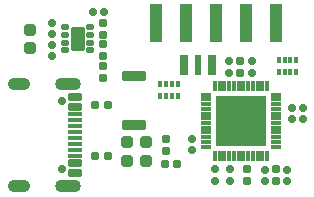
<source format=gbr>
%TF.GenerationSoftware,KiCad,Pcbnew,8.0.3*%
%TF.CreationDate,2024-07-01T02:25:18+08:00*%
%TF.ProjectId,hpm_dap,68706d5f-6461-4702-9e6b-696361645f70,rev?*%
%TF.SameCoordinates,PX3f32af6PY270961d*%
%TF.FileFunction,Soldermask,Top*%
%TF.FilePolarity,Negative*%
%FSLAX46Y46*%
G04 Gerber Fmt 4.6, Leading zero omitted, Abs format (unit mm)*
G04 Created by KiCad (PCBNEW 8.0.3) date 2024-07-01 02:25:18*
%MOMM*%
%LPD*%
G01*
G04 APERTURE LIST*
G04 Aperture macros list*
%AMRoundRect*
0 Rectangle with rounded corners*
0 $1 Rounding radius*
0 $2 $3 $4 $5 $6 $7 $8 $9 X,Y pos of 4 corners*
0 Add a 4 corners polygon primitive as box body*
4,1,4,$2,$3,$4,$5,$6,$7,$8,$9,$2,$3,0*
0 Add four circle primitives for the rounded corners*
1,1,$1+$1,$2,$3*
1,1,$1+$1,$4,$5*
1,1,$1+$1,$6,$7*
1,1,$1+$1,$8,$9*
0 Add four rect primitives between the rounded corners*
20,1,$1+$1,$2,$3,$4,$5,0*
20,1,$1+$1,$4,$5,$6,$7,0*
20,1,$1+$1,$6,$7,$8,$9,0*
20,1,$1+$1,$8,$9,$2,$3,0*%
G04 Aperture macros list end*
%ADD10RoundRect,0.038000X-0.500000X-1.550000X0.500000X-1.550000X0.500000X1.550000X-0.500000X1.550000X0*%
%ADD11O,1.876000X1.076000*%
%ADD12O,2.176000X1.076000*%
%ADD13RoundRect,0.169000X-0.444000X0.169000X-0.444000X-0.169000X0.444000X-0.169000X0.444000X0.169000X0*%
%ADD14RoundRect,0.094000X-0.519000X0.094000X-0.519000X-0.094000X0.519000X-0.094000X0.519000X0.094000X0*%
%ADD15C,0.726000*%
%ADD16RoundRect,0.159000X-0.189000X0.159000X-0.189000X-0.159000X0.189000X-0.159000X0.189000X0.159000X0*%
%ADD17RoundRect,0.038000X2.100000X-2.100000X2.100000X2.100000X-2.100000X2.100000X-2.100000X-2.100000X0*%
%ADD18RoundRect,0.069000X0.394000X-0.069000X0.394000X0.069000X-0.394000X0.069000X-0.394000X-0.069000X0*%
%ADD19RoundRect,0.069000X0.069000X-0.394000X0.069000X0.394000X-0.069000X0.394000X-0.069000X-0.394000X0*%
%ADD20RoundRect,0.159000X0.159000X0.189000X-0.159000X0.189000X-0.159000X-0.189000X0.159000X-0.189000X0*%
%ADD21RoundRect,0.154000X-0.204000X0.154000X-0.204000X-0.154000X0.204000X-0.154000X0.204000X0.154000X0*%
%ADD22RoundRect,0.159000X0.189000X-0.159000X0.189000X0.159000X-0.189000X0.159000X-0.189000X-0.159000X0*%
%ADD23RoundRect,0.154000X-0.154000X-0.204000X0.154000X-0.204000X0.154000X0.204000X-0.154000X0.204000X0*%
%ADD24RoundRect,0.181500X0.181500X0.706500X-0.181500X0.706500X-0.181500X-0.706500X0.181500X-0.706500X0*%
%ADD25RoundRect,0.144000X0.144000X0.744000X-0.144000X0.744000X-0.144000X-0.744000X0.144000X-0.744000X0*%
%ADD26RoundRect,0.237750X0.275250X-0.237750X0.275250X0.237750X-0.275250X0.237750X-0.275250X-0.237750X0*%
%ADD27RoundRect,0.219000X-0.819000X0.219000X-0.819000X-0.219000X0.819000X-0.219000X0.819000X0.219000X0*%
%ADD28RoundRect,0.159000X-0.159000X-0.189000X0.159000X-0.189000X0.159000X0.189000X-0.159000X0.189000X0*%
%ADD29RoundRect,0.038000X0.160000X-0.250000X0.160000X0.250000X-0.160000X0.250000X-0.160000X-0.250000X0*%
%ADD30RoundRect,0.038000X-0.550000X-0.950000X0.550000X-0.950000X0.550000X0.950000X-0.550000X0.950000X0*%
%ADD31RoundRect,0.144000X-0.206500X-0.144000X0.206500X-0.144000X0.206500X0.144000X-0.206500X0.144000X0*%
%ADD32RoundRect,0.166500X-0.191500X0.166500X-0.191500X-0.166500X0.191500X-0.166500X0.191500X0.166500X0*%
%ADD33RoundRect,0.154000X0.204000X-0.154000X0.204000X0.154000X-0.204000X0.154000X-0.204000X-0.154000X0*%
%ADD34RoundRect,0.237750X-0.237750X-0.275250X0.237750X-0.275250X0.237750X0.275250X-0.237750X0.275250X0*%
G04 APERTURE END LIST*
D10*
%TO.C,J2*%
X10922999Y14750000D03*
X8382999Y14750000D03*
X5842999Y14750000D03*
X3302999Y14750000D03*
X762999Y14750000D03*
%TD*%
D11*
%TO.C,J1*%
X-10857001Y944000D03*
D12*
X-6677001Y944000D03*
D11*
X-10857001Y9584000D03*
D12*
X-6677001Y9584000D03*
D13*
X-6102001Y8464000D03*
X-6102001Y7664000D03*
D14*
X-6102001Y7014000D03*
X-6102001Y6014000D03*
X-6102001Y4514000D03*
X-6102001Y3514000D03*
D13*
X-6102001Y2864000D03*
X-6102001Y2064000D03*
X-6102001Y2064000D03*
X-6102001Y2864000D03*
D14*
X-6102001Y4014000D03*
X-6102001Y5014000D03*
X-6102001Y5514000D03*
X-6102001Y6514000D03*
D13*
X-6102001Y7664000D03*
X-6102001Y8464000D03*
D15*
X-7177001Y2374000D03*
X-7177001Y8154000D03*
%TD*%
D16*
%TO.C,C23*%
X6985706Y10530627D03*
X6985706Y11490627D03*
%TD*%
D17*
%TO.C,U1*%
X7973306Y6468093D03*
D18*
X5023306Y4268093D03*
X5023306Y4668093D03*
X5023306Y5068093D03*
X5023306Y5468093D03*
X5023306Y5868093D03*
X5023306Y6268093D03*
X5023306Y6668093D03*
X5023306Y7068093D03*
X5023306Y7468093D03*
X5023306Y7868093D03*
X5023306Y8268093D03*
X5023306Y8668093D03*
D19*
X5773306Y9418093D03*
X6173306Y9418093D03*
X6573306Y9418093D03*
X6973306Y9418093D03*
X7373306Y9418093D03*
X7773306Y9418093D03*
X8173306Y9418093D03*
X8573306Y9418093D03*
X8973306Y9418093D03*
X9373306Y9418093D03*
X9773306Y9418093D03*
X10173306Y9418093D03*
D18*
X10923306Y8668093D03*
X10923306Y8268093D03*
X10923306Y7868093D03*
X10923306Y7468093D03*
X10923306Y7068093D03*
X10923306Y6668093D03*
X10923306Y6268093D03*
X10923306Y5868093D03*
X10923306Y5468093D03*
X10923306Y5068093D03*
X10923306Y4668093D03*
X10923306Y4268093D03*
D19*
X10173306Y3518093D03*
X9773306Y3518093D03*
X9373306Y3518093D03*
X8973306Y3518093D03*
X8573306Y3518093D03*
X8173306Y3518093D03*
X7773306Y3518093D03*
X7373306Y3518093D03*
X6973306Y3518093D03*
X6573306Y3518093D03*
X6173306Y3518093D03*
X5773306Y3518093D03*
%TD*%
D16*
%TO.C,C19*%
X-8035752Y13779878D03*
X-8035752Y14739878D03*
%TD*%
D20*
%TO.C,C15*%
X12296906Y7515693D03*
X13256906Y7515693D03*
%TD*%
D21*
%TO.C,R9*%
X1600906Y3917693D03*
X1600906Y4937693D03*
%TD*%
D22*
%TO.C,C24*%
X7036506Y2358093D03*
X7036506Y1398093D03*
%TD*%
D23*
%TO.C,R8*%
X2568106Y2782093D03*
X1548106Y2782093D03*
%TD*%
D24*
%TO.C,X1*%
X3144106Y11141693D03*
D25*
X4344106Y11141693D03*
D24*
X5544106Y11141693D03*
%TD*%
D26*
%TO.C,F1*%
X-9930694Y14186793D03*
X-9930694Y12611793D03*
%TD*%
D27*
%TO.C,SW1*%
X-1091494Y6066893D03*
X-1091494Y10266893D03*
%TD*%
D28*
%TO.C,C20*%
X-3638194Y15670311D03*
X-4598194Y15670311D03*
%TD*%
D21*
%TO.C,R1*%
X10948106Y1328093D03*
X10948106Y2348093D03*
%TD*%
%TO.C,R3*%
X-3678194Y13703293D03*
X-3678194Y14723293D03*
%TD*%
D29*
%TO.C,RN2*%
X11163306Y11605293D03*
X11663306Y11605293D03*
X12163306Y11605293D03*
X12663306Y11605293D03*
X12663306Y10605293D03*
X12163306Y10605293D03*
X11663306Y10605293D03*
X11163306Y10605293D03*
%TD*%
D16*
%TO.C,C3*%
X5766506Y1398093D03*
X5766506Y2358093D03*
%TD*%
D30*
%TO.C,U2*%
X-5866694Y13399293D03*
D31*
X-4804194Y14374293D03*
X-4804194Y13724293D03*
X-4804194Y13074293D03*
X-4804194Y12424293D03*
X-6929194Y12424293D03*
X-6929194Y13074293D03*
X-6929194Y13724293D03*
X-6929194Y14374293D03*
%TD*%
D16*
%TO.C,C12*%
X11880986Y1358093D03*
X11880986Y2318093D03*
%TD*%
D21*
%TO.C,R5*%
X-3682294Y10044493D03*
X-3682294Y11064493D03*
%TD*%
D32*
%TO.C,L1*%
X7925038Y10525627D03*
X7925038Y11495627D03*
%TD*%
D20*
%TO.C,C16*%
X12296906Y6592093D03*
X13256906Y6592093D03*
%TD*%
D23*
%TO.C,R7*%
X-3324694Y3514000D03*
X-4344694Y3514000D03*
%TD*%
%TO.C,R6*%
X-3324694Y7760493D03*
X-4344694Y7760493D03*
%TD*%
D16*
%TO.C,C7*%
X3836106Y3947693D03*
X3836106Y4907693D03*
%TD*%
D33*
%TO.C,R4*%
X8458906Y2348093D03*
X8458906Y1328093D03*
%TD*%
D21*
%TO.C,R2*%
X-3678194Y11923293D03*
X-3678194Y12943293D03*
%TD*%
D29*
%TO.C,RN1*%
X1155706Y9581293D03*
X1655706Y9581293D03*
X2155706Y9581293D03*
X2655706Y9581293D03*
X2655706Y8581293D03*
X2155706Y8581293D03*
X1655706Y8581293D03*
X1155706Y8581293D03*
%TD*%
D16*
%TO.C,C17*%
X9982906Y1358093D03*
X9982906Y2318093D03*
%TD*%
D34*
%TO.C,D5*%
X-75494Y3036093D03*
X-1650494Y3036093D03*
%TD*%
D16*
%TO.C,C22*%
X8865306Y10530627D03*
X8865306Y11490627D03*
%TD*%
D22*
%TO.C,C21*%
X-8035752Y12916576D03*
X-8035752Y11956576D03*
%TD*%
D34*
%TO.C,D4*%
X-75494Y4624493D03*
X-1650494Y4624493D03*
%TD*%
M02*

</source>
